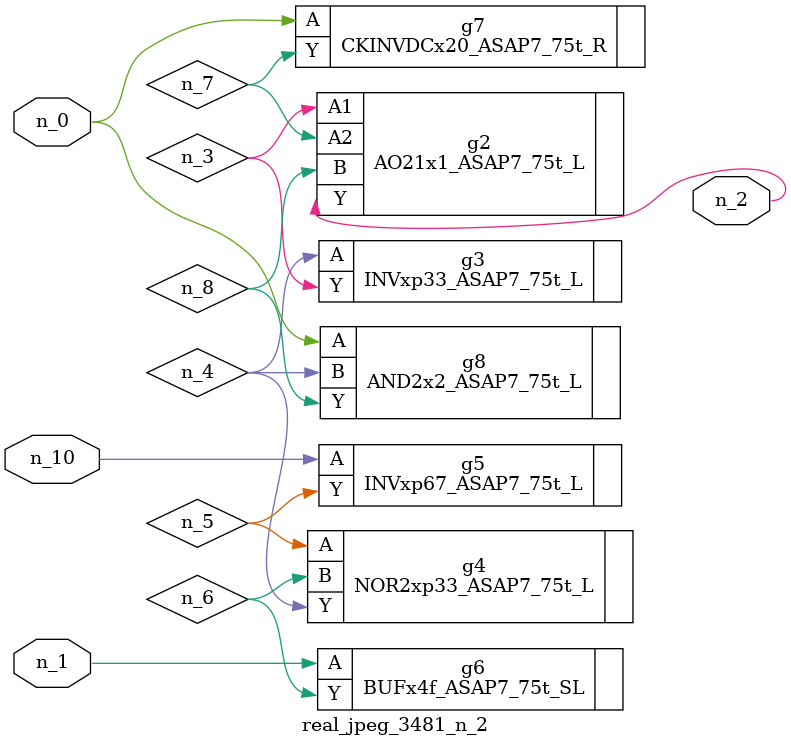
<source format=v>
module real_jpeg_3481_n_2 (n_1, n_10, n_0, n_2);

input n_1;
input n_10;
input n_0;

output n_2;

wire n_5;
wire n_4;
wire n_8;
wire n_6;
wire n_7;
wire n_3;

CKINVDCx20_ASAP7_75t_R g7 ( 
.A(n_0),
.Y(n_7)
);

AND2x2_ASAP7_75t_L g8 ( 
.A(n_0),
.B(n_4),
.Y(n_8)
);

BUFx4f_ASAP7_75t_SL g6 ( 
.A(n_1),
.Y(n_6)
);

AO21x1_ASAP7_75t_L g2 ( 
.A1(n_3),
.A2(n_7),
.B(n_8),
.Y(n_2)
);

INVxp33_ASAP7_75t_L g3 ( 
.A(n_4),
.Y(n_3)
);

NOR2xp33_ASAP7_75t_L g4 ( 
.A(n_5),
.B(n_6),
.Y(n_4)
);

INVxp67_ASAP7_75t_L g5 ( 
.A(n_10),
.Y(n_5)
);


endmodule
</source>
